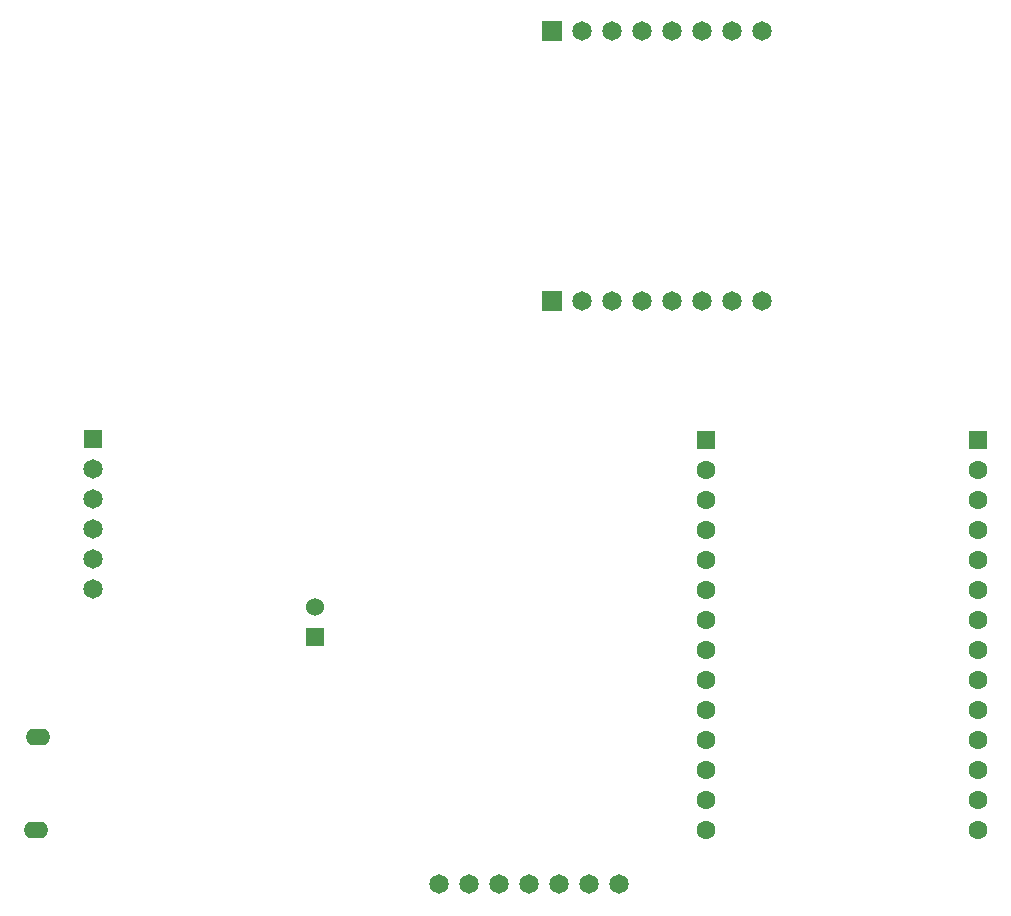
<source format=gbr>
%TF.GenerationSoftware,Altium Limited,Altium Designer,19.1.6 (110)*%
G04 Layer_Color=255*
%FSLAX43Y43*%
%MOMM*%
%TF.FileFunction,Pads,Bot*%
%TF.Part,Single*%
G01*
G75*
%TA.AperFunction,ComponentPad*%
%ADD26C,1.600*%
%ADD27R,1.600X1.600*%
%ADD28C,1.650*%
%ADD29O,2.100X1.400*%
%ADD30R,1.524X1.524*%
%ADD31C,1.524*%
%ADD32R,1.650X1.650*%
%ADD33C,1.651*%
%ADD34R,1.651X1.651*%
D26*
X82036Y18930D02*
D03*
Y21470D02*
D03*
Y24010D02*
D03*
Y29090D02*
D03*
Y31630D02*
D03*
Y36710D02*
D03*
Y41790D02*
D03*
Y44330D02*
D03*
Y39250D02*
D03*
Y34170D02*
D03*
Y26550D02*
D03*
Y16390D02*
D03*
Y13850D02*
D03*
X59000Y18930D02*
D03*
Y21470D02*
D03*
Y24010D02*
D03*
Y29090D02*
D03*
Y31630D02*
D03*
Y36710D02*
D03*
Y41790D02*
D03*
Y44330D02*
D03*
Y39250D02*
D03*
Y34170D02*
D03*
Y26550D02*
D03*
Y16390D02*
D03*
Y13850D02*
D03*
D27*
X82036Y46870D02*
D03*
X59000D02*
D03*
D28*
X51620Y9200D02*
D03*
X49080D02*
D03*
X46540D02*
D03*
X44000D02*
D03*
X41460D02*
D03*
X38920D02*
D03*
X36380D02*
D03*
X7100Y44341D02*
D03*
Y41801D02*
D03*
Y39261D02*
D03*
Y36721D02*
D03*
Y34181D02*
D03*
D29*
X2340Y13800D02*
D03*
X2498Y21687D02*
D03*
D30*
X25900Y30150D02*
D03*
D31*
Y32690D02*
D03*
D32*
X7100Y46881D02*
D03*
D33*
X63740Y81425D02*
D03*
X58660D02*
D03*
X56120D02*
D03*
X53580D02*
D03*
X51040D02*
D03*
X48500D02*
D03*
X61200D02*
D03*
Y58565D02*
D03*
X48500D02*
D03*
X51040D02*
D03*
X53580D02*
D03*
X56120D02*
D03*
X58660D02*
D03*
X63740D02*
D03*
D34*
X45960Y81425D02*
D03*
Y58565D02*
D03*
%TF.MD5,95d24c6abd53a8fbbe1ac7f1cdf38566*%
M02*

</source>
